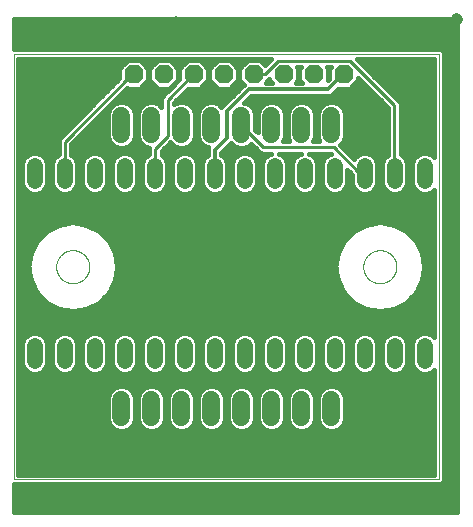
<source format=gbl>
G75*
%MOIN*%
%OFA0B0*%
%FSLAX25Y25*%
%IPPOS*%
%LPD*%
%AMOC8*
5,1,8,0,0,1.08239X$1,22.5*
%
%ADD10C,0.00000*%
%ADD11C,0.05200*%
%ADD12C,0.05937*%
%ADD13OC8,0.06300*%
%ADD14C,0.01200*%
%ADD15C,0.01000*%
%ADD16C,0.01600*%
%ADD17C,0.03600*%
D10*
X0006000Y0012706D02*
X0006000Y0154438D01*
X0147732Y0154438D01*
X0147732Y0012706D01*
X0006000Y0012706D01*
X0020173Y0083572D02*
X0020175Y0083720D01*
X0020181Y0083868D01*
X0020191Y0084016D01*
X0020205Y0084163D01*
X0020223Y0084310D01*
X0020244Y0084456D01*
X0020270Y0084602D01*
X0020300Y0084747D01*
X0020333Y0084891D01*
X0020371Y0085034D01*
X0020412Y0085176D01*
X0020457Y0085317D01*
X0020505Y0085457D01*
X0020558Y0085596D01*
X0020614Y0085733D01*
X0020674Y0085868D01*
X0020737Y0086002D01*
X0020804Y0086134D01*
X0020875Y0086264D01*
X0020949Y0086392D01*
X0021026Y0086518D01*
X0021107Y0086642D01*
X0021191Y0086764D01*
X0021278Y0086883D01*
X0021369Y0087000D01*
X0021463Y0087115D01*
X0021559Y0087227D01*
X0021659Y0087337D01*
X0021761Y0087443D01*
X0021867Y0087547D01*
X0021975Y0087648D01*
X0022086Y0087746D01*
X0022199Y0087842D01*
X0022315Y0087934D01*
X0022433Y0088023D01*
X0022554Y0088108D01*
X0022677Y0088191D01*
X0022802Y0088270D01*
X0022929Y0088346D01*
X0023058Y0088418D01*
X0023189Y0088487D01*
X0023322Y0088552D01*
X0023457Y0088613D01*
X0023593Y0088671D01*
X0023730Y0088726D01*
X0023869Y0088776D01*
X0024010Y0088823D01*
X0024151Y0088866D01*
X0024294Y0088906D01*
X0024438Y0088941D01*
X0024582Y0088973D01*
X0024728Y0089000D01*
X0024874Y0089024D01*
X0025021Y0089044D01*
X0025168Y0089060D01*
X0025315Y0089072D01*
X0025463Y0089080D01*
X0025611Y0089084D01*
X0025759Y0089084D01*
X0025907Y0089080D01*
X0026055Y0089072D01*
X0026202Y0089060D01*
X0026349Y0089044D01*
X0026496Y0089024D01*
X0026642Y0089000D01*
X0026788Y0088973D01*
X0026932Y0088941D01*
X0027076Y0088906D01*
X0027219Y0088866D01*
X0027360Y0088823D01*
X0027501Y0088776D01*
X0027640Y0088726D01*
X0027777Y0088671D01*
X0027913Y0088613D01*
X0028048Y0088552D01*
X0028181Y0088487D01*
X0028312Y0088418D01*
X0028441Y0088346D01*
X0028568Y0088270D01*
X0028693Y0088191D01*
X0028816Y0088108D01*
X0028937Y0088023D01*
X0029055Y0087934D01*
X0029171Y0087842D01*
X0029284Y0087746D01*
X0029395Y0087648D01*
X0029503Y0087547D01*
X0029609Y0087443D01*
X0029711Y0087337D01*
X0029811Y0087227D01*
X0029907Y0087115D01*
X0030001Y0087000D01*
X0030092Y0086883D01*
X0030179Y0086764D01*
X0030263Y0086642D01*
X0030344Y0086518D01*
X0030421Y0086392D01*
X0030495Y0086264D01*
X0030566Y0086134D01*
X0030633Y0086002D01*
X0030696Y0085868D01*
X0030756Y0085733D01*
X0030812Y0085596D01*
X0030865Y0085457D01*
X0030913Y0085317D01*
X0030958Y0085176D01*
X0030999Y0085034D01*
X0031037Y0084891D01*
X0031070Y0084747D01*
X0031100Y0084602D01*
X0031126Y0084456D01*
X0031147Y0084310D01*
X0031165Y0084163D01*
X0031179Y0084016D01*
X0031189Y0083868D01*
X0031195Y0083720D01*
X0031197Y0083572D01*
X0031195Y0083424D01*
X0031189Y0083276D01*
X0031179Y0083128D01*
X0031165Y0082981D01*
X0031147Y0082834D01*
X0031126Y0082688D01*
X0031100Y0082542D01*
X0031070Y0082397D01*
X0031037Y0082253D01*
X0030999Y0082110D01*
X0030958Y0081968D01*
X0030913Y0081827D01*
X0030865Y0081687D01*
X0030812Y0081548D01*
X0030756Y0081411D01*
X0030696Y0081276D01*
X0030633Y0081142D01*
X0030566Y0081010D01*
X0030495Y0080880D01*
X0030421Y0080752D01*
X0030344Y0080626D01*
X0030263Y0080502D01*
X0030179Y0080380D01*
X0030092Y0080261D01*
X0030001Y0080144D01*
X0029907Y0080029D01*
X0029811Y0079917D01*
X0029711Y0079807D01*
X0029609Y0079701D01*
X0029503Y0079597D01*
X0029395Y0079496D01*
X0029284Y0079398D01*
X0029171Y0079302D01*
X0029055Y0079210D01*
X0028937Y0079121D01*
X0028816Y0079036D01*
X0028693Y0078953D01*
X0028568Y0078874D01*
X0028441Y0078798D01*
X0028312Y0078726D01*
X0028181Y0078657D01*
X0028048Y0078592D01*
X0027913Y0078531D01*
X0027777Y0078473D01*
X0027640Y0078418D01*
X0027501Y0078368D01*
X0027360Y0078321D01*
X0027219Y0078278D01*
X0027076Y0078238D01*
X0026932Y0078203D01*
X0026788Y0078171D01*
X0026642Y0078144D01*
X0026496Y0078120D01*
X0026349Y0078100D01*
X0026202Y0078084D01*
X0026055Y0078072D01*
X0025907Y0078064D01*
X0025759Y0078060D01*
X0025611Y0078060D01*
X0025463Y0078064D01*
X0025315Y0078072D01*
X0025168Y0078084D01*
X0025021Y0078100D01*
X0024874Y0078120D01*
X0024728Y0078144D01*
X0024582Y0078171D01*
X0024438Y0078203D01*
X0024294Y0078238D01*
X0024151Y0078278D01*
X0024010Y0078321D01*
X0023869Y0078368D01*
X0023730Y0078418D01*
X0023593Y0078473D01*
X0023457Y0078531D01*
X0023322Y0078592D01*
X0023189Y0078657D01*
X0023058Y0078726D01*
X0022929Y0078798D01*
X0022802Y0078874D01*
X0022677Y0078953D01*
X0022554Y0079036D01*
X0022433Y0079121D01*
X0022315Y0079210D01*
X0022199Y0079302D01*
X0022086Y0079398D01*
X0021975Y0079496D01*
X0021867Y0079597D01*
X0021761Y0079701D01*
X0021659Y0079807D01*
X0021559Y0079917D01*
X0021463Y0080029D01*
X0021369Y0080144D01*
X0021278Y0080261D01*
X0021191Y0080380D01*
X0021107Y0080502D01*
X0021026Y0080626D01*
X0020949Y0080752D01*
X0020875Y0080880D01*
X0020804Y0081010D01*
X0020737Y0081142D01*
X0020674Y0081276D01*
X0020614Y0081411D01*
X0020558Y0081548D01*
X0020505Y0081687D01*
X0020457Y0081827D01*
X0020412Y0081968D01*
X0020371Y0082110D01*
X0020333Y0082253D01*
X0020300Y0082397D01*
X0020270Y0082542D01*
X0020244Y0082688D01*
X0020223Y0082834D01*
X0020205Y0082981D01*
X0020191Y0083128D01*
X0020181Y0083276D01*
X0020175Y0083424D01*
X0020173Y0083572D01*
X0122535Y0083572D02*
X0122537Y0083720D01*
X0122543Y0083868D01*
X0122553Y0084016D01*
X0122567Y0084163D01*
X0122585Y0084310D01*
X0122606Y0084456D01*
X0122632Y0084602D01*
X0122662Y0084747D01*
X0122695Y0084891D01*
X0122733Y0085034D01*
X0122774Y0085176D01*
X0122819Y0085317D01*
X0122867Y0085457D01*
X0122920Y0085596D01*
X0122976Y0085733D01*
X0123036Y0085868D01*
X0123099Y0086002D01*
X0123166Y0086134D01*
X0123237Y0086264D01*
X0123311Y0086392D01*
X0123388Y0086518D01*
X0123469Y0086642D01*
X0123553Y0086764D01*
X0123640Y0086883D01*
X0123731Y0087000D01*
X0123825Y0087115D01*
X0123921Y0087227D01*
X0124021Y0087337D01*
X0124123Y0087443D01*
X0124229Y0087547D01*
X0124337Y0087648D01*
X0124448Y0087746D01*
X0124561Y0087842D01*
X0124677Y0087934D01*
X0124795Y0088023D01*
X0124916Y0088108D01*
X0125039Y0088191D01*
X0125164Y0088270D01*
X0125291Y0088346D01*
X0125420Y0088418D01*
X0125551Y0088487D01*
X0125684Y0088552D01*
X0125819Y0088613D01*
X0125955Y0088671D01*
X0126092Y0088726D01*
X0126231Y0088776D01*
X0126372Y0088823D01*
X0126513Y0088866D01*
X0126656Y0088906D01*
X0126800Y0088941D01*
X0126944Y0088973D01*
X0127090Y0089000D01*
X0127236Y0089024D01*
X0127383Y0089044D01*
X0127530Y0089060D01*
X0127677Y0089072D01*
X0127825Y0089080D01*
X0127973Y0089084D01*
X0128121Y0089084D01*
X0128269Y0089080D01*
X0128417Y0089072D01*
X0128564Y0089060D01*
X0128711Y0089044D01*
X0128858Y0089024D01*
X0129004Y0089000D01*
X0129150Y0088973D01*
X0129294Y0088941D01*
X0129438Y0088906D01*
X0129581Y0088866D01*
X0129722Y0088823D01*
X0129863Y0088776D01*
X0130002Y0088726D01*
X0130139Y0088671D01*
X0130275Y0088613D01*
X0130410Y0088552D01*
X0130543Y0088487D01*
X0130674Y0088418D01*
X0130803Y0088346D01*
X0130930Y0088270D01*
X0131055Y0088191D01*
X0131178Y0088108D01*
X0131299Y0088023D01*
X0131417Y0087934D01*
X0131533Y0087842D01*
X0131646Y0087746D01*
X0131757Y0087648D01*
X0131865Y0087547D01*
X0131971Y0087443D01*
X0132073Y0087337D01*
X0132173Y0087227D01*
X0132269Y0087115D01*
X0132363Y0087000D01*
X0132454Y0086883D01*
X0132541Y0086764D01*
X0132625Y0086642D01*
X0132706Y0086518D01*
X0132783Y0086392D01*
X0132857Y0086264D01*
X0132928Y0086134D01*
X0132995Y0086002D01*
X0133058Y0085868D01*
X0133118Y0085733D01*
X0133174Y0085596D01*
X0133227Y0085457D01*
X0133275Y0085317D01*
X0133320Y0085176D01*
X0133361Y0085034D01*
X0133399Y0084891D01*
X0133432Y0084747D01*
X0133462Y0084602D01*
X0133488Y0084456D01*
X0133509Y0084310D01*
X0133527Y0084163D01*
X0133541Y0084016D01*
X0133551Y0083868D01*
X0133557Y0083720D01*
X0133559Y0083572D01*
X0133557Y0083424D01*
X0133551Y0083276D01*
X0133541Y0083128D01*
X0133527Y0082981D01*
X0133509Y0082834D01*
X0133488Y0082688D01*
X0133462Y0082542D01*
X0133432Y0082397D01*
X0133399Y0082253D01*
X0133361Y0082110D01*
X0133320Y0081968D01*
X0133275Y0081827D01*
X0133227Y0081687D01*
X0133174Y0081548D01*
X0133118Y0081411D01*
X0133058Y0081276D01*
X0132995Y0081142D01*
X0132928Y0081010D01*
X0132857Y0080880D01*
X0132783Y0080752D01*
X0132706Y0080626D01*
X0132625Y0080502D01*
X0132541Y0080380D01*
X0132454Y0080261D01*
X0132363Y0080144D01*
X0132269Y0080029D01*
X0132173Y0079917D01*
X0132073Y0079807D01*
X0131971Y0079701D01*
X0131865Y0079597D01*
X0131757Y0079496D01*
X0131646Y0079398D01*
X0131533Y0079302D01*
X0131417Y0079210D01*
X0131299Y0079121D01*
X0131178Y0079036D01*
X0131055Y0078953D01*
X0130930Y0078874D01*
X0130803Y0078798D01*
X0130674Y0078726D01*
X0130543Y0078657D01*
X0130410Y0078592D01*
X0130275Y0078531D01*
X0130139Y0078473D01*
X0130002Y0078418D01*
X0129863Y0078368D01*
X0129722Y0078321D01*
X0129581Y0078278D01*
X0129438Y0078238D01*
X0129294Y0078203D01*
X0129150Y0078171D01*
X0129004Y0078144D01*
X0128858Y0078120D01*
X0128711Y0078100D01*
X0128564Y0078084D01*
X0128417Y0078072D01*
X0128269Y0078064D01*
X0128121Y0078060D01*
X0127973Y0078060D01*
X0127825Y0078064D01*
X0127677Y0078072D01*
X0127530Y0078084D01*
X0127383Y0078100D01*
X0127236Y0078120D01*
X0127090Y0078144D01*
X0126944Y0078171D01*
X0126800Y0078203D01*
X0126656Y0078238D01*
X0126513Y0078278D01*
X0126372Y0078321D01*
X0126231Y0078368D01*
X0126092Y0078418D01*
X0125955Y0078473D01*
X0125819Y0078531D01*
X0125684Y0078592D01*
X0125551Y0078657D01*
X0125420Y0078726D01*
X0125291Y0078798D01*
X0125164Y0078874D01*
X0125039Y0078953D01*
X0124916Y0079036D01*
X0124795Y0079121D01*
X0124677Y0079210D01*
X0124561Y0079302D01*
X0124448Y0079398D01*
X0124337Y0079496D01*
X0124229Y0079597D01*
X0124123Y0079701D01*
X0124021Y0079807D01*
X0123921Y0079917D01*
X0123825Y0080029D01*
X0123731Y0080144D01*
X0123640Y0080261D01*
X0123553Y0080380D01*
X0123469Y0080502D01*
X0123388Y0080626D01*
X0123311Y0080752D01*
X0123237Y0080880D01*
X0123166Y0081010D01*
X0123099Y0081142D01*
X0123036Y0081276D01*
X0122976Y0081411D01*
X0122920Y0081548D01*
X0122867Y0081687D01*
X0122819Y0081827D01*
X0122774Y0081968D01*
X0122733Y0082110D01*
X0122695Y0082253D01*
X0122662Y0082397D01*
X0122632Y0082542D01*
X0122606Y0082688D01*
X0122585Y0082834D01*
X0122567Y0082981D01*
X0122553Y0083128D01*
X0122543Y0083276D01*
X0122537Y0083424D01*
X0122535Y0083572D01*
D11*
X0123000Y0057306D02*
X0123000Y0052106D01*
X0113000Y0052106D02*
X0113000Y0057306D01*
X0103000Y0057306D02*
X0103000Y0052106D01*
X0093000Y0052106D02*
X0093000Y0057306D01*
X0083000Y0057306D02*
X0083000Y0052106D01*
X0073000Y0052106D02*
X0073000Y0057306D01*
X0063000Y0057306D02*
X0063000Y0052106D01*
X0053000Y0052106D02*
X0053000Y0057306D01*
X0043000Y0057306D02*
X0043000Y0052106D01*
X0033000Y0052106D02*
X0033000Y0057306D01*
X0023000Y0057306D02*
X0023000Y0052106D01*
X0013000Y0052106D02*
X0013000Y0057306D01*
X0013000Y0112106D02*
X0013000Y0117306D01*
X0023000Y0117306D02*
X0023000Y0112106D01*
X0033000Y0112106D02*
X0033000Y0117306D01*
X0043000Y0117306D02*
X0043000Y0112106D01*
X0053000Y0112106D02*
X0053000Y0117306D01*
X0063000Y0117306D02*
X0063000Y0112106D01*
X0073000Y0112106D02*
X0073000Y0117306D01*
X0083000Y0117306D02*
X0083000Y0112106D01*
X0093000Y0112106D02*
X0093000Y0117306D01*
X0103000Y0117306D02*
X0103000Y0112106D01*
X0113000Y0112106D02*
X0113000Y0117306D01*
X0123000Y0117306D02*
X0123000Y0112106D01*
X0133000Y0112106D02*
X0133000Y0117306D01*
X0143000Y0117306D02*
X0143000Y0112106D01*
X0143000Y0057306D02*
X0143000Y0052106D01*
X0133000Y0052106D02*
X0133000Y0057306D01*
D12*
X0111866Y0039296D02*
X0111866Y0033359D01*
X0101866Y0033359D02*
X0101866Y0039296D01*
X0091866Y0039296D02*
X0091866Y0033359D01*
X0081866Y0033359D02*
X0081866Y0039296D01*
X0071866Y0039296D02*
X0071866Y0033359D01*
X0061866Y0033359D02*
X0061866Y0039296D01*
X0051866Y0039296D02*
X0051866Y0033359D01*
X0041866Y0033359D02*
X0041866Y0039296D01*
X0041866Y0127847D02*
X0041866Y0133784D01*
X0051866Y0133784D02*
X0051866Y0127847D01*
X0061866Y0127847D02*
X0061866Y0133784D01*
X0071866Y0133784D02*
X0071866Y0127847D01*
X0081866Y0127847D02*
X0081866Y0133784D01*
X0091866Y0133784D02*
X0091866Y0127847D01*
X0101866Y0127847D02*
X0101866Y0133784D01*
X0111866Y0133784D02*
X0111866Y0127847D01*
D13*
X0116000Y0147706D03*
X0106000Y0147706D03*
X0096000Y0147706D03*
X0086000Y0147706D03*
X0076000Y0147706D03*
X0066000Y0147706D03*
X0056000Y0147706D03*
X0046000Y0147706D03*
D14*
X0060000Y0166249D02*
X0060000Y0166606D01*
X0084300Y0142756D02*
X0110850Y0142756D01*
X0115800Y0147706D01*
X0116000Y0147706D01*
X0084300Y0142756D02*
X0077100Y0135556D01*
X0077100Y0126556D01*
X0073050Y0122506D01*
X0073050Y0114856D01*
X0073000Y0114706D01*
D15*
X0082050Y0130606D02*
X0081866Y0130816D01*
X0082050Y0130606D02*
X0089250Y0123406D01*
X0112650Y0123406D01*
X0121200Y0114856D01*
X0123000Y0114856D01*
X0123000Y0114706D01*
X0132900Y0114856D02*
X0133000Y0114706D01*
X0132900Y0114856D02*
X0132900Y0137356D01*
X0118050Y0152206D01*
X0094200Y0152206D01*
X0089700Y0147706D01*
X0086000Y0147706D01*
X0066000Y0147706D02*
X0065850Y0147706D01*
X0057300Y0139156D01*
X0057300Y0127006D01*
X0053250Y0122956D01*
X0053250Y0114856D01*
X0053000Y0114706D01*
X0023100Y0125206D02*
X0045600Y0147706D01*
X0046000Y0147706D01*
X0023100Y0125206D02*
X0023100Y0114856D01*
X0023000Y0114706D01*
D16*
X0006000Y0011106D02*
X0006000Y0001800D01*
X0153638Y0001800D01*
X0153638Y0166249D01*
X0006000Y0166249D01*
X0006000Y0156038D01*
X0148395Y0156038D01*
X0149332Y0155101D01*
X0149332Y0012043D01*
X0148395Y0011106D01*
X0006000Y0011106D01*
X0006000Y0009508D02*
X0153638Y0009508D01*
X0153638Y0007910D02*
X0006000Y0007910D01*
X0006000Y0006311D02*
X0153638Y0006311D01*
X0153638Y0004713D02*
X0006000Y0004713D01*
X0006000Y0003114D02*
X0153638Y0003114D01*
X0153638Y0011107D02*
X0148397Y0011107D01*
X0149332Y0012706D02*
X0153638Y0012706D01*
X0153638Y0014304D02*
X0149332Y0014304D01*
X0149332Y0015903D02*
X0153638Y0015903D01*
X0153638Y0017501D02*
X0149332Y0017501D01*
X0149332Y0019100D02*
X0153638Y0019100D01*
X0153638Y0020698D02*
X0149332Y0020698D01*
X0149332Y0022297D02*
X0153638Y0022297D01*
X0153638Y0023895D02*
X0149332Y0023895D01*
X0149332Y0025494D02*
X0153638Y0025494D01*
X0153638Y0027092D02*
X0149332Y0027092D01*
X0149332Y0028691D02*
X0153638Y0028691D01*
X0153638Y0030289D02*
X0149332Y0030289D01*
X0149332Y0031888D02*
X0153638Y0031888D01*
X0153638Y0033486D02*
X0149332Y0033486D01*
X0149332Y0035085D02*
X0153638Y0035085D01*
X0153638Y0036683D02*
X0149332Y0036683D01*
X0149332Y0038282D02*
X0153638Y0038282D01*
X0153638Y0039880D02*
X0149332Y0039880D01*
X0149332Y0041479D02*
X0153638Y0041479D01*
X0153638Y0043077D02*
X0149332Y0043077D01*
X0149332Y0044676D02*
X0153638Y0044676D01*
X0153638Y0046274D02*
X0149332Y0046274D01*
X0149332Y0047873D02*
X0153638Y0047873D01*
X0153638Y0049471D02*
X0149332Y0049471D01*
X0149332Y0051070D02*
X0153638Y0051070D01*
X0153638Y0052668D02*
X0149332Y0052668D01*
X0149332Y0054267D02*
X0153638Y0054267D01*
X0153638Y0055865D02*
X0149332Y0055865D01*
X0149332Y0057464D02*
X0153638Y0057464D01*
X0153638Y0059062D02*
X0149332Y0059062D01*
X0149332Y0060661D02*
X0153638Y0060661D01*
X0153638Y0062259D02*
X0149332Y0062259D01*
X0149332Y0063858D02*
X0153638Y0063858D01*
X0153638Y0065456D02*
X0149332Y0065456D01*
X0149332Y0067055D02*
X0153638Y0067055D01*
X0153638Y0068653D02*
X0149332Y0068653D01*
X0149332Y0070252D02*
X0153638Y0070252D01*
X0153638Y0071850D02*
X0149332Y0071850D01*
X0149332Y0073449D02*
X0153638Y0073449D01*
X0153638Y0075047D02*
X0149332Y0075047D01*
X0149332Y0076646D02*
X0153638Y0076646D01*
X0153638Y0078244D02*
X0149332Y0078244D01*
X0149332Y0079843D02*
X0153638Y0079843D01*
X0153638Y0081441D02*
X0149332Y0081441D01*
X0149332Y0083040D02*
X0153638Y0083040D01*
X0153638Y0084639D02*
X0149332Y0084639D01*
X0149332Y0086237D02*
X0153638Y0086237D01*
X0153638Y0087836D02*
X0149332Y0087836D01*
X0149332Y0089434D02*
X0153638Y0089434D01*
X0153638Y0091033D02*
X0149332Y0091033D01*
X0149332Y0092631D02*
X0153638Y0092631D01*
X0153638Y0094230D02*
X0149332Y0094230D01*
X0149332Y0095828D02*
X0153638Y0095828D01*
X0153638Y0097427D02*
X0149332Y0097427D01*
X0149332Y0099025D02*
X0153638Y0099025D01*
X0153638Y0100624D02*
X0149332Y0100624D01*
X0149332Y0102222D02*
X0153638Y0102222D01*
X0153638Y0103821D02*
X0149332Y0103821D01*
X0149332Y0105419D02*
X0153638Y0105419D01*
X0153638Y0107018D02*
X0149332Y0107018D01*
X0149332Y0108616D02*
X0153638Y0108616D01*
X0153638Y0110215D02*
X0149332Y0110215D01*
X0149332Y0111813D02*
X0153638Y0111813D01*
X0153638Y0113412D02*
X0149332Y0113412D01*
X0149332Y0115010D02*
X0153638Y0115010D01*
X0153638Y0116609D02*
X0149332Y0116609D01*
X0149332Y0118207D02*
X0153638Y0118207D01*
X0153638Y0119806D02*
X0149332Y0119806D01*
X0149332Y0121404D02*
X0153638Y0121404D01*
X0153638Y0123003D02*
X0149332Y0123003D01*
X0149332Y0124601D02*
X0153638Y0124601D01*
X0153638Y0126200D02*
X0149332Y0126200D01*
X0149332Y0127798D02*
X0153638Y0127798D01*
X0153638Y0129397D02*
X0149332Y0129397D01*
X0149332Y0130995D02*
X0153638Y0130995D01*
X0153638Y0132594D02*
X0149332Y0132594D01*
X0149332Y0134192D02*
X0153638Y0134192D01*
X0153638Y0135791D02*
X0149332Y0135791D01*
X0149332Y0137389D02*
X0153638Y0137389D01*
X0153638Y0138988D02*
X0149332Y0138988D01*
X0149332Y0140586D02*
X0153638Y0140586D01*
X0153638Y0142185D02*
X0149332Y0142185D01*
X0149332Y0143783D02*
X0153638Y0143783D01*
X0153638Y0145382D02*
X0149332Y0145382D01*
X0149332Y0146980D02*
X0153638Y0146980D01*
X0153638Y0148579D02*
X0149332Y0148579D01*
X0149332Y0150177D02*
X0153638Y0150177D01*
X0153638Y0151776D02*
X0149332Y0151776D01*
X0149332Y0153375D02*
X0153638Y0153375D01*
X0153638Y0154973D02*
X0149332Y0154973D01*
X0146132Y0152838D02*
X0146132Y0120113D01*
X0145379Y0120866D01*
X0143835Y0121505D01*
X0142165Y0121505D01*
X0140621Y0120866D01*
X0139439Y0119685D01*
X0138800Y0118141D01*
X0138800Y0111270D01*
X0139439Y0109726D01*
X0140621Y0108545D01*
X0142165Y0107906D01*
X0143835Y0107906D01*
X0145379Y0108545D01*
X0146132Y0109298D01*
X0146132Y0060113D01*
X0145379Y0060866D01*
X0143835Y0061505D01*
X0142165Y0061505D01*
X0140621Y0060866D01*
X0139439Y0059685D01*
X0138800Y0058141D01*
X0138800Y0051270D01*
X0139439Y0049726D01*
X0140621Y0048545D01*
X0142165Y0047906D01*
X0143835Y0047906D01*
X0145379Y0048545D01*
X0146132Y0049298D01*
X0146132Y0014305D01*
X0007600Y0014305D01*
X0007600Y0152838D01*
X0091862Y0152838D01*
X0089724Y0150699D01*
X0087968Y0152455D01*
X0084032Y0152455D01*
X0081250Y0149673D01*
X0081250Y0145738D01*
X0082711Y0144277D01*
X0082100Y0143667D01*
X0075272Y0136839D01*
X0074454Y0137657D01*
X0072775Y0138353D01*
X0070957Y0138353D01*
X0069278Y0137657D01*
X0067993Y0136372D01*
X0067298Y0134693D01*
X0067298Y0126938D01*
X0067993Y0125259D01*
X0069278Y0123974D01*
X0070850Y0123323D01*
X0070850Y0120961D01*
X0070621Y0120866D01*
X0069439Y0119685D01*
X0068800Y0118141D01*
X0068800Y0111270D01*
X0069439Y0109726D01*
X0070621Y0108545D01*
X0072165Y0107906D01*
X0073835Y0107906D01*
X0075379Y0108545D01*
X0076561Y0109726D01*
X0077200Y0111270D01*
X0077200Y0118141D01*
X0076561Y0119685D01*
X0075379Y0120866D01*
X0075250Y0120920D01*
X0075250Y0121594D01*
X0078011Y0124356D01*
X0078454Y0124798D01*
X0079278Y0123974D01*
X0080957Y0123279D01*
X0082775Y0123279D01*
X0084454Y0123974D01*
X0085083Y0124603D01*
X0088380Y0121306D01*
X0091682Y0121306D01*
X0090621Y0120866D01*
X0089439Y0119685D01*
X0088800Y0118141D01*
X0088800Y0111270D01*
X0089439Y0109726D01*
X0090621Y0108545D01*
X0092165Y0107906D01*
X0093835Y0107906D01*
X0095379Y0108545D01*
X0096561Y0109726D01*
X0097200Y0111270D01*
X0097200Y0118141D01*
X0096561Y0119685D01*
X0095379Y0120866D01*
X0094318Y0121306D01*
X0101682Y0121306D01*
X0100621Y0120866D01*
X0099439Y0119685D01*
X0098800Y0118141D01*
X0098800Y0111270D01*
X0099439Y0109726D01*
X0100621Y0108545D01*
X0102165Y0107906D01*
X0103835Y0107906D01*
X0105379Y0108545D01*
X0106561Y0109726D01*
X0107200Y0111270D01*
X0107200Y0118141D01*
X0106561Y0119685D01*
X0105379Y0120866D01*
X0104318Y0121306D01*
X0111682Y0121306D01*
X0110621Y0120866D01*
X0109439Y0119685D01*
X0108800Y0118141D01*
X0108800Y0111270D01*
X0109439Y0109726D01*
X0110621Y0108545D01*
X0112165Y0107906D01*
X0113835Y0107906D01*
X0115379Y0108545D01*
X0116561Y0109726D01*
X0117200Y0111270D01*
X0117200Y0115886D01*
X0118800Y0114286D01*
X0118800Y0111270D01*
X0119439Y0109726D01*
X0120621Y0108545D01*
X0122165Y0107906D01*
X0123835Y0107906D01*
X0125379Y0108545D01*
X0126561Y0109726D01*
X0127200Y0111270D01*
X0127200Y0118141D01*
X0126561Y0119685D01*
X0125379Y0120866D01*
X0123835Y0121505D01*
X0122165Y0121505D01*
X0120621Y0120866D01*
X0119439Y0119685D01*
X0119411Y0119615D01*
X0114753Y0124273D01*
X0115739Y0125259D01*
X0116435Y0126938D01*
X0116435Y0134693D01*
X0115739Y0136372D01*
X0114454Y0137657D01*
X0112775Y0138353D01*
X0110957Y0138353D01*
X0109278Y0137657D01*
X0107993Y0136372D01*
X0107298Y0134693D01*
X0107298Y0126938D01*
X0107891Y0125505D01*
X0105841Y0125505D01*
X0106435Y0126938D01*
X0106435Y0134693D01*
X0105739Y0136372D01*
X0104454Y0137657D01*
X0102775Y0138353D01*
X0100957Y0138353D01*
X0099278Y0137657D01*
X0097993Y0136372D01*
X0097298Y0134693D01*
X0097298Y0126938D01*
X0097891Y0125505D01*
X0095841Y0125505D01*
X0096435Y0126938D01*
X0096435Y0134693D01*
X0095739Y0136372D01*
X0094454Y0137657D01*
X0092775Y0138353D01*
X0090957Y0138353D01*
X0089278Y0137657D01*
X0087993Y0136372D01*
X0087298Y0134693D01*
X0087298Y0128328D01*
X0086435Y0129191D01*
X0086435Y0134693D01*
X0085739Y0136372D01*
X0084454Y0137657D01*
X0082940Y0138284D01*
X0085211Y0140556D01*
X0111761Y0140556D01*
X0114161Y0142956D01*
X0117968Y0142956D01*
X0120750Y0145738D01*
X0120750Y0146536D01*
X0130800Y0136486D01*
X0130800Y0120940D01*
X0130621Y0120866D01*
X0129439Y0119685D01*
X0128800Y0118141D01*
X0128800Y0111270D01*
X0129439Y0109726D01*
X0130621Y0108545D01*
X0132165Y0107906D01*
X0133835Y0107906D01*
X0135379Y0108545D01*
X0136561Y0109726D01*
X0137200Y0111270D01*
X0137200Y0118141D01*
X0136561Y0119685D01*
X0135379Y0120866D01*
X0135000Y0121023D01*
X0135000Y0138225D01*
X0133770Y0139455D01*
X0120388Y0152838D01*
X0146132Y0152838D01*
X0146132Y0151776D02*
X0121449Y0151776D01*
X0123048Y0150177D02*
X0146132Y0150177D01*
X0146132Y0148579D02*
X0124646Y0148579D01*
X0126245Y0146980D02*
X0146132Y0146980D01*
X0146132Y0145382D02*
X0127843Y0145382D01*
X0129442Y0143783D02*
X0146132Y0143783D01*
X0146132Y0142185D02*
X0131040Y0142185D01*
X0132639Y0140586D02*
X0146132Y0140586D01*
X0146132Y0138988D02*
X0134237Y0138988D01*
X0133770Y0139455D02*
X0133770Y0139455D01*
X0135000Y0137389D02*
X0146132Y0137389D01*
X0146132Y0135791D02*
X0135000Y0135791D01*
X0135000Y0134192D02*
X0146132Y0134192D01*
X0146132Y0132594D02*
X0135000Y0132594D01*
X0135000Y0130995D02*
X0146132Y0130995D01*
X0146132Y0129397D02*
X0135000Y0129397D01*
X0135000Y0127798D02*
X0146132Y0127798D01*
X0146132Y0126200D02*
X0135000Y0126200D01*
X0135000Y0124601D02*
X0146132Y0124601D01*
X0146132Y0123003D02*
X0135000Y0123003D01*
X0135000Y0121404D02*
X0141920Y0121404D01*
X0139561Y0119806D02*
X0136439Y0119806D01*
X0137173Y0118207D02*
X0138827Y0118207D01*
X0138800Y0116609D02*
X0137200Y0116609D01*
X0137200Y0115010D02*
X0138800Y0115010D01*
X0138800Y0113412D02*
X0137200Y0113412D01*
X0137200Y0111813D02*
X0138800Y0111813D01*
X0139237Y0110215D02*
X0136763Y0110215D01*
X0135450Y0108616D02*
X0140550Y0108616D01*
X0145450Y0108616D02*
X0146132Y0108616D01*
X0146132Y0107018D02*
X0007600Y0107018D01*
X0007600Y0108616D02*
X0010550Y0108616D01*
X0010621Y0108545D02*
X0012165Y0107906D01*
X0013835Y0107906D01*
X0015379Y0108545D01*
X0016561Y0109726D01*
X0017200Y0111270D01*
X0017200Y0118141D01*
X0016561Y0119685D01*
X0015379Y0120866D01*
X0013835Y0121505D01*
X0012165Y0121505D01*
X0010621Y0120866D01*
X0009439Y0119685D01*
X0008800Y0118141D01*
X0008800Y0111270D01*
X0009439Y0109726D01*
X0010621Y0108545D01*
X0009237Y0110215D02*
X0007600Y0110215D01*
X0007600Y0111813D02*
X0008800Y0111813D01*
X0008800Y0113412D02*
X0007600Y0113412D01*
X0007600Y0115010D02*
X0008800Y0115010D01*
X0008800Y0116609D02*
X0007600Y0116609D01*
X0007600Y0118207D02*
X0008827Y0118207D01*
X0009561Y0119806D02*
X0007600Y0119806D01*
X0007600Y0121404D02*
X0011920Y0121404D01*
X0014080Y0121404D02*
X0021000Y0121404D01*
X0021000Y0121023D02*
X0020621Y0120866D01*
X0019439Y0119685D01*
X0018800Y0118141D01*
X0018800Y0111270D01*
X0019439Y0109726D01*
X0020621Y0108545D01*
X0022165Y0107906D01*
X0023835Y0107906D01*
X0025379Y0108545D01*
X0026561Y0109726D01*
X0027200Y0111270D01*
X0027200Y0118141D01*
X0026561Y0119685D01*
X0025379Y0120866D01*
X0025200Y0120940D01*
X0025200Y0124336D01*
X0043926Y0143062D01*
X0044032Y0142956D01*
X0047968Y0142956D01*
X0050750Y0145738D01*
X0050750Y0149673D01*
X0047968Y0152455D01*
X0044032Y0152455D01*
X0041250Y0149673D01*
X0041250Y0146325D01*
X0021000Y0126075D01*
X0021000Y0121023D01*
X0019561Y0119806D02*
X0016439Y0119806D01*
X0017173Y0118207D02*
X0018827Y0118207D01*
X0018800Y0116609D02*
X0017200Y0116609D01*
X0017200Y0115010D02*
X0018800Y0115010D01*
X0018800Y0113412D02*
X0017200Y0113412D01*
X0017200Y0111813D02*
X0018800Y0111813D01*
X0019237Y0110215D02*
X0016763Y0110215D01*
X0015450Y0108616D02*
X0020550Y0108616D01*
X0025450Y0108616D02*
X0030550Y0108616D01*
X0030621Y0108545D02*
X0032165Y0107906D01*
X0033835Y0107906D01*
X0035379Y0108545D01*
X0036561Y0109726D01*
X0037200Y0111270D01*
X0037200Y0118141D01*
X0036561Y0119685D01*
X0035379Y0120866D01*
X0033835Y0121505D01*
X0032165Y0121505D01*
X0030621Y0120866D01*
X0029439Y0119685D01*
X0028800Y0118141D01*
X0028800Y0111270D01*
X0029439Y0109726D01*
X0030621Y0108545D01*
X0029237Y0110215D02*
X0026763Y0110215D01*
X0027200Y0111813D02*
X0028800Y0111813D01*
X0028800Y0113412D02*
X0027200Y0113412D01*
X0027200Y0115010D02*
X0028800Y0115010D01*
X0028800Y0116609D02*
X0027200Y0116609D01*
X0027173Y0118207D02*
X0028827Y0118207D01*
X0029561Y0119806D02*
X0026439Y0119806D01*
X0025200Y0121404D02*
X0031920Y0121404D01*
X0034080Y0121404D02*
X0041920Y0121404D01*
X0042165Y0121505D02*
X0040621Y0120866D01*
X0039439Y0119685D01*
X0038800Y0118141D01*
X0038800Y0111270D01*
X0039439Y0109726D01*
X0040621Y0108545D01*
X0042165Y0107906D01*
X0043835Y0107906D01*
X0045379Y0108545D01*
X0046561Y0109726D01*
X0047200Y0111270D01*
X0047200Y0118141D01*
X0046561Y0119685D01*
X0045379Y0120866D01*
X0043835Y0121505D01*
X0042165Y0121505D01*
X0042775Y0123279D02*
X0040957Y0123279D01*
X0039278Y0123974D01*
X0037993Y0125259D01*
X0037298Y0126938D01*
X0037298Y0134693D01*
X0037993Y0136372D01*
X0039278Y0137657D01*
X0040957Y0138353D01*
X0042775Y0138353D01*
X0044454Y0137657D01*
X0045739Y0136372D01*
X0046435Y0134693D01*
X0046435Y0126938D01*
X0045739Y0125259D01*
X0044454Y0123974D01*
X0042775Y0123279D01*
X0044080Y0121404D02*
X0051150Y0121404D01*
X0051150Y0121085D02*
X0050621Y0120866D01*
X0049439Y0119685D01*
X0048800Y0118141D01*
X0048800Y0111270D01*
X0049439Y0109726D01*
X0050621Y0108545D01*
X0052165Y0107906D01*
X0053835Y0107906D01*
X0055379Y0108545D01*
X0056561Y0109726D01*
X0057200Y0111270D01*
X0057200Y0118141D01*
X0056561Y0119685D01*
X0055379Y0120866D01*
X0055350Y0120878D01*
X0055350Y0122086D01*
X0058170Y0124906D01*
X0058258Y0124994D01*
X0059278Y0123974D01*
X0060957Y0123279D01*
X0062775Y0123279D01*
X0064454Y0123974D01*
X0065739Y0125259D01*
X0066435Y0126938D01*
X0066435Y0134693D01*
X0065739Y0136372D01*
X0064454Y0137657D01*
X0062775Y0138353D01*
X0060957Y0138353D01*
X0059400Y0137708D01*
X0059400Y0138286D01*
X0064070Y0142956D01*
X0067968Y0142956D01*
X0070750Y0145738D01*
X0070750Y0149673D01*
X0067968Y0152455D01*
X0064032Y0152455D01*
X0061250Y0149673D01*
X0061250Y0146075D01*
X0055200Y0140025D01*
X0055200Y0136911D01*
X0054454Y0137657D01*
X0052775Y0138353D01*
X0050957Y0138353D01*
X0049278Y0137657D01*
X0047993Y0136372D01*
X0047298Y0134693D01*
X0047298Y0126938D01*
X0047993Y0125259D01*
X0049278Y0123974D01*
X0050957Y0123279D01*
X0051150Y0123279D01*
X0051150Y0121085D01*
X0051150Y0123003D02*
X0025200Y0123003D01*
X0025466Y0124601D02*
X0038651Y0124601D01*
X0037604Y0126200D02*
X0027064Y0126200D01*
X0028663Y0127798D02*
X0037298Y0127798D01*
X0037298Y0129397D02*
X0030261Y0129397D01*
X0031860Y0130995D02*
X0037298Y0130995D01*
X0037298Y0132594D02*
X0033458Y0132594D01*
X0035057Y0134192D02*
X0037298Y0134192D01*
X0037752Y0135791D02*
X0036655Y0135791D01*
X0038254Y0137389D02*
X0039010Y0137389D01*
X0039852Y0138988D02*
X0055200Y0138988D01*
X0055200Y0137389D02*
X0054722Y0137389D01*
X0055761Y0140586D02*
X0041451Y0140586D01*
X0043049Y0142185D02*
X0057360Y0142185D01*
X0057968Y0142956D02*
X0060750Y0145738D01*
X0060750Y0149673D01*
X0057968Y0152455D01*
X0054032Y0152455D01*
X0051250Y0149673D01*
X0051250Y0145738D01*
X0054032Y0142956D01*
X0057968Y0142956D01*
X0058795Y0143783D02*
X0058958Y0143783D01*
X0060394Y0145382D02*
X0060557Y0145382D01*
X0060750Y0146980D02*
X0061250Y0146980D01*
X0061250Y0148579D02*
X0060750Y0148579D01*
X0060246Y0150177D02*
X0061754Y0150177D01*
X0063353Y0151776D02*
X0058647Y0151776D01*
X0053353Y0151776D02*
X0048647Y0151776D01*
X0050246Y0150177D02*
X0051754Y0150177D01*
X0051250Y0148579D02*
X0050750Y0148579D01*
X0050750Y0146980D02*
X0051250Y0146980D01*
X0051606Y0145382D02*
X0050394Y0145382D01*
X0048795Y0143783D02*
X0053205Y0143783D01*
X0049010Y0137389D02*
X0044722Y0137389D01*
X0045980Y0135791D02*
X0047752Y0135791D01*
X0047298Y0134192D02*
X0046435Y0134192D01*
X0046435Y0132594D02*
X0047298Y0132594D01*
X0047298Y0130995D02*
X0046435Y0130995D01*
X0046435Y0129397D02*
X0047298Y0129397D01*
X0047298Y0127798D02*
X0046435Y0127798D01*
X0046129Y0126200D02*
X0047604Y0126200D01*
X0048651Y0124601D02*
X0045081Y0124601D01*
X0046439Y0119806D02*
X0049561Y0119806D01*
X0048827Y0118207D02*
X0047173Y0118207D01*
X0047200Y0116609D02*
X0048800Y0116609D01*
X0048800Y0115010D02*
X0047200Y0115010D01*
X0047200Y0113412D02*
X0048800Y0113412D01*
X0048800Y0111813D02*
X0047200Y0111813D01*
X0046763Y0110215D02*
X0049237Y0110215D01*
X0050550Y0108616D02*
X0045450Y0108616D01*
X0040550Y0108616D02*
X0035450Y0108616D01*
X0036763Y0110215D02*
X0039237Y0110215D01*
X0038800Y0111813D02*
X0037200Y0111813D01*
X0037200Y0113412D02*
X0038800Y0113412D01*
X0038800Y0115010D02*
X0037200Y0115010D01*
X0037200Y0116609D02*
X0038800Y0116609D01*
X0038827Y0118207D02*
X0037173Y0118207D01*
X0036439Y0119806D02*
X0039561Y0119806D01*
X0027519Y0132594D02*
X0007600Y0132594D01*
X0007600Y0134192D02*
X0029117Y0134192D01*
X0030716Y0135791D02*
X0007600Y0135791D01*
X0007600Y0137389D02*
X0032314Y0137389D01*
X0033913Y0138988D02*
X0007600Y0138988D01*
X0007600Y0140586D02*
X0035511Y0140586D01*
X0037110Y0142185D02*
X0007600Y0142185D01*
X0007600Y0143783D02*
X0038708Y0143783D01*
X0040307Y0145382D02*
X0007600Y0145382D01*
X0007600Y0146980D02*
X0041250Y0146980D01*
X0041250Y0148579D02*
X0007600Y0148579D01*
X0007600Y0150177D02*
X0041754Y0150177D01*
X0043353Y0151776D02*
X0007600Y0151776D01*
X0006000Y0156572D02*
X0153638Y0156572D01*
X0153638Y0158170D02*
X0006000Y0158170D01*
X0006000Y0159769D02*
X0153638Y0159769D01*
X0153638Y0161367D02*
X0006000Y0161367D01*
X0006000Y0162966D02*
X0153638Y0162966D01*
X0153638Y0164564D02*
X0006000Y0164564D01*
X0006000Y0166163D02*
X0153638Y0166163D01*
X0128298Y0138988D02*
X0083644Y0138988D01*
X0084722Y0137389D02*
X0089010Y0137389D01*
X0087752Y0135791D02*
X0085980Y0135791D01*
X0086435Y0134192D02*
X0087298Y0134192D01*
X0087298Y0132594D02*
X0086435Y0132594D01*
X0086435Y0130995D02*
X0087298Y0130995D01*
X0087298Y0129397D02*
X0086435Y0129397D01*
X0085084Y0124601D02*
X0085081Y0124601D01*
X0086683Y0123003D02*
X0076659Y0123003D01*
X0075250Y0121404D02*
X0081920Y0121404D01*
X0082165Y0121505D02*
X0080621Y0120866D01*
X0079439Y0119685D01*
X0078800Y0118141D01*
X0078800Y0111270D01*
X0079439Y0109726D01*
X0080621Y0108545D01*
X0082165Y0107906D01*
X0083835Y0107906D01*
X0085379Y0108545D01*
X0086561Y0109726D01*
X0087200Y0111270D01*
X0087200Y0118141D01*
X0086561Y0119685D01*
X0085379Y0120866D01*
X0083835Y0121505D01*
X0082165Y0121505D01*
X0084080Y0121404D02*
X0088281Y0121404D01*
X0089561Y0119806D02*
X0086439Y0119806D01*
X0087173Y0118207D02*
X0088827Y0118207D01*
X0088800Y0116609D02*
X0087200Y0116609D01*
X0087200Y0115010D02*
X0088800Y0115010D01*
X0088800Y0113412D02*
X0087200Y0113412D01*
X0087200Y0111813D02*
X0088800Y0111813D01*
X0089237Y0110215D02*
X0086763Y0110215D01*
X0085450Y0108616D02*
X0090550Y0108616D01*
X0095450Y0108616D02*
X0100550Y0108616D01*
X0099237Y0110215D02*
X0096763Y0110215D01*
X0097200Y0111813D02*
X0098800Y0111813D01*
X0098800Y0113412D02*
X0097200Y0113412D01*
X0097200Y0115010D02*
X0098800Y0115010D01*
X0098800Y0116609D02*
X0097200Y0116609D01*
X0097173Y0118207D02*
X0098827Y0118207D01*
X0099561Y0119806D02*
X0096439Y0119806D01*
X0096129Y0126200D02*
X0097604Y0126200D01*
X0097298Y0127798D02*
X0096435Y0127798D01*
X0096435Y0129397D02*
X0097298Y0129397D01*
X0097298Y0130995D02*
X0096435Y0130995D01*
X0096435Y0132594D02*
X0097298Y0132594D01*
X0097298Y0134192D02*
X0096435Y0134192D01*
X0095980Y0135791D02*
X0097752Y0135791D01*
X0099010Y0137389D02*
X0094722Y0137389D01*
X0092033Y0144955D02*
X0089967Y0144955D01*
X0090750Y0145738D01*
X0090750Y0145786D01*
X0091250Y0146286D01*
X0091250Y0145738D01*
X0092033Y0144955D01*
X0091606Y0145382D02*
X0090394Y0145382D01*
X0090801Y0151776D02*
X0088647Y0151776D01*
X0083353Y0151776D02*
X0078647Y0151776D01*
X0077968Y0152455D02*
X0080750Y0149673D01*
X0080750Y0145738D01*
X0077968Y0142956D01*
X0074032Y0142956D01*
X0071250Y0145738D01*
X0071250Y0149673D01*
X0074032Y0152455D01*
X0077968Y0152455D01*
X0080246Y0150177D02*
X0081754Y0150177D01*
X0081250Y0148579D02*
X0080750Y0148579D01*
X0080750Y0146980D02*
X0081250Y0146980D01*
X0081606Y0145382D02*
X0080394Y0145382D01*
X0078795Y0143783D02*
X0082217Y0143783D01*
X0080618Y0142185D02*
X0063299Y0142185D01*
X0061701Y0140586D02*
X0079020Y0140586D01*
X0077421Y0138988D02*
X0060102Y0138988D01*
X0064722Y0137389D02*
X0069010Y0137389D01*
X0067752Y0135791D02*
X0065980Y0135791D01*
X0066435Y0134192D02*
X0067298Y0134192D01*
X0067298Y0132594D02*
X0066435Y0132594D01*
X0066435Y0130995D02*
X0067298Y0130995D01*
X0067298Y0129397D02*
X0066435Y0129397D01*
X0066435Y0127798D02*
X0067298Y0127798D01*
X0067604Y0126200D02*
X0066129Y0126200D01*
X0065081Y0124601D02*
X0068651Y0124601D01*
X0070850Y0123003D02*
X0056267Y0123003D01*
X0055350Y0121404D02*
X0061920Y0121404D01*
X0062165Y0121505D02*
X0060621Y0120866D01*
X0059439Y0119685D01*
X0058800Y0118141D01*
X0058800Y0111270D01*
X0059439Y0109726D01*
X0060621Y0108545D01*
X0062165Y0107906D01*
X0063835Y0107906D01*
X0065379Y0108545D01*
X0066561Y0109726D01*
X0067200Y0111270D01*
X0067200Y0118141D01*
X0066561Y0119685D01*
X0065379Y0120866D01*
X0063835Y0121505D01*
X0062165Y0121505D01*
X0064080Y0121404D02*
X0070850Y0121404D01*
X0069561Y0119806D02*
X0066439Y0119806D01*
X0067173Y0118207D02*
X0068827Y0118207D01*
X0068800Y0116609D02*
X0067200Y0116609D01*
X0067200Y0115010D02*
X0068800Y0115010D01*
X0068800Y0113412D02*
X0067200Y0113412D01*
X0067200Y0111813D02*
X0068800Y0111813D01*
X0069237Y0110215D02*
X0066763Y0110215D01*
X0065450Y0108616D02*
X0070550Y0108616D01*
X0075450Y0108616D02*
X0080550Y0108616D01*
X0079237Y0110215D02*
X0076763Y0110215D01*
X0077200Y0111813D02*
X0078800Y0111813D01*
X0078800Y0113412D02*
X0077200Y0113412D01*
X0077200Y0115010D02*
X0078800Y0115010D01*
X0078800Y0116609D02*
X0077200Y0116609D01*
X0077173Y0118207D02*
X0078827Y0118207D01*
X0079561Y0119806D02*
X0076439Y0119806D01*
X0078257Y0124601D02*
X0078651Y0124601D01*
X0075823Y0137389D02*
X0074722Y0137389D01*
X0073205Y0143783D02*
X0068795Y0143783D01*
X0070394Y0145382D02*
X0071606Y0145382D01*
X0071250Y0146980D02*
X0070750Y0146980D01*
X0070750Y0148579D02*
X0071250Y0148579D01*
X0071754Y0150177D02*
X0070246Y0150177D01*
X0068647Y0151776D02*
X0073353Y0151776D01*
X0058651Y0124601D02*
X0057866Y0124601D01*
X0056439Y0119806D02*
X0059561Y0119806D01*
X0058827Y0118207D02*
X0057173Y0118207D01*
X0057200Y0116609D02*
X0058800Y0116609D01*
X0058800Y0115010D02*
X0057200Y0115010D01*
X0057200Y0113412D02*
X0058800Y0113412D01*
X0058800Y0111813D02*
X0057200Y0111813D01*
X0056763Y0110215D02*
X0059237Y0110215D01*
X0060550Y0108616D02*
X0055450Y0108616D01*
X0037658Y0092271D02*
X0039761Y0088145D01*
X0040485Y0083572D01*
X0040485Y0083572D01*
X0039761Y0078998D01*
X0037658Y0074872D01*
X0037658Y0074872D01*
X0034384Y0071598D01*
X0034384Y0071598D01*
X0030258Y0069496D01*
X0030258Y0069496D01*
X0025685Y0068772D01*
X0025685Y0068772D01*
X0021112Y0069496D01*
X0021112Y0069496D01*
X0016986Y0071598D01*
X0016986Y0071598D01*
X0013712Y0074872D01*
X0013712Y0074872D01*
X0011609Y0078998D01*
X0011609Y0078998D01*
X0010885Y0083572D01*
X0010885Y0083572D01*
X0011609Y0088145D01*
X0011609Y0088145D01*
X0013712Y0092271D01*
X0013712Y0092271D01*
X0016986Y0095545D01*
X0016986Y0095545D01*
X0021112Y0097647D01*
X0021112Y0097647D01*
X0025685Y0098372D01*
X0025685Y0098372D01*
X0030258Y0097647D01*
X0030258Y0097647D01*
X0034384Y0095545D01*
X0034384Y0095545D01*
X0037658Y0092271D01*
X0037658Y0092271D01*
X0037298Y0092631D02*
X0116434Y0092631D01*
X0116074Y0092271D02*
X0113972Y0088145D01*
X0113247Y0083572D01*
X0113247Y0083572D01*
X0113972Y0078998D01*
X0116074Y0074872D01*
X0119348Y0071598D01*
X0123474Y0069496D01*
X0128047Y0068772D01*
X0128047Y0068772D01*
X0132621Y0069496D01*
X0136746Y0071598D01*
X0136746Y0071598D01*
X0140021Y0074872D01*
X0140021Y0074872D01*
X0142123Y0078998D01*
X0142123Y0078998D01*
X0142847Y0083572D01*
X0142123Y0088145D01*
X0140021Y0092271D01*
X0136746Y0095545D01*
X0132621Y0097647D01*
X0132621Y0097647D01*
X0128047Y0098372D01*
X0123474Y0097647D01*
X0123474Y0097647D01*
X0119348Y0095545D01*
X0116074Y0092271D01*
X0116074Y0092271D01*
X0115443Y0091033D02*
X0038289Y0091033D01*
X0039104Y0089434D02*
X0114628Y0089434D01*
X0113972Y0088145D02*
X0113972Y0088145D01*
X0113923Y0087836D02*
X0039810Y0087836D01*
X0040063Y0086237D02*
X0113669Y0086237D01*
X0113416Y0084639D02*
X0040316Y0084639D01*
X0040401Y0083040D02*
X0113331Y0083040D01*
X0113585Y0081441D02*
X0040148Y0081441D01*
X0039894Y0079843D02*
X0113838Y0079843D01*
X0113972Y0078998D02*
X0113972Y0078998D01*
X0114356Y0078244D02*
X0039377Y0078244D01*
X0039761Y0078998D02*
X0039761Y0078998D01*
X0038562Y0076646D02*
X0115170Y0076646D01*
X0115985Y0075047D02*
X0037748Y0075047D01*
X0036235Y0073449D02*
X0117497Y0073449D01*
X0116074Y0074872D02*
X0116074Y0074872D01*
X0119096Y0071850D02*
X0034636Y0071850D01*
X0031742Y0070252D02*
X0121990Y0070252D01*
X0123474Y0069496D02*
X0123474Y0069496D01*
X0119348Y0071598D02*
X0119348Y0071598D01*
X0122165Y0061505D02*
X0120621Y0060866D01*
X0119439Y0059685D01*
X0118800Y0058141D01*
X0118800Y0051270D01*
X0119439Y0049726D01*
X0120621Y0048545D01*
X0122165Y0047906D01*
X0123835Y0047906D01*
X0125379Y0048545D01*
X0126561Y0049726D01*
X0127200Y0051270D01*
X0127200Y0058141D01*
X0126561Y0059685D01*
X0125379Y0060866D01*
X0123835Y0061505D01*
X0122165Y0061505D01*
X0120416Y0060661D02*
X0115584Y0060661D01*
X0115379Y0060866D02*
X0113835Y0061505D01*
X0112165Y0061505D01*
X0110621Y0060866D01*
X0109439Y0059685D01*
X0108800Y0058141D01*
X0108800Y0051270D01*
X0109439Y0049726D01*
X0110621Y0048545D01*
X0112165Y0047906D01*
X0113835Y0047906D01*
X0115379Y0048545D01*
X0116561Y0049726D01*
X0117200Y0051270D01*
X0117200Y0058141D01*
X0116561Y0059685D01*
X0115379Y0060866D01*
X0116818Y0059062D02*
X0119182Y0059062D01*
X0118800Y0057464D02*
X0117200Y0057464D01*
X0117200Y0055865D02*
X0118800Y0055865D01*
X0118800Y0054267D02*
X0117200Y0054267D01*
X0117200Y0052668D02*
X0118800Y0052668D01*
X0118883Y0051070D02*
X0117117Y0051070D01*
X0116305Y0049471D02*
X0119695Y0049471D01*
X0126305Y0049471D02*
X0129695Y0049471D01*
X0129439Y0049726D02*
X0130621Y0048545D01*
X0132165Y0047906D01*
X0133835Y0047906D01*
X0135379Y0048545D01*
X0136561Y0049726D01*
X0137200Y0051270D01*
X0137200Y0058141D01*
X0136561Y0059685D01*
X0135379Y0060866D01*
X0133835Y0061505D01*
X0132165Y0061505D01*
X0130621Y0060866D01*
X0129439Y0059685D01*
X0128800Y0058141D01*
X0128800Y0051270D01*
X0129439Y0049726D01*
X0128883Y0051070D02*
X0127117Y0051070D01*
X0127200Y0052668D02*
X0128800Y0052668D01*
X0128800Y0054267D02*
X0127200Y0054267D01*
X0127200Y0055865D02*
X0128800Y0055865D01*
X0128800Y0057464D02*
X0127200Y0057464D01*
X0126818Y0059062D02*
X0129182Y0059062D01*
X0130416Y0060661D02*
X0125584Y0060661D01*
X0132621Y0069496D02*
X0132621Y0069496D01*
X0134104Y0070252D02*
X0146132Y0070252D01*
X0146132Y0071850D02*
X0136999Y0071850D01*
X0138597Y0073449D02*
X0146132Y0073449D01*
X0146132Y0075047D02*
X0140110Y0075047D01*
X0140924Y0076646D02*
X0146132Y0076646D01*
X0146132Y0078244D02*
X0141739Y0078244D01*
X0142257Y0079843D02*
X0146132Y0079843D01*
X0146132Y0081441D02*
X0142510Y0081441D01*
X0142763Y0083040D02*
X0146132Y0083040D01*
X0146132Y0084639D02*
X0142678Y0084639D01*
X0142425Y0086237D02*
X0146132Y0086237D01*
X0146132Y0087836D02*
X0142172Y0087836D01*
X0142123Y0088145D02*
X0142123Y0088145D01*
X0141466Y0089434D02*
X0146132Y0089434D01*
X0146132Y0091033D02*
X0140652Y0091033D01*
X0140021Y0092271D02*
X0140021Y0092271D01*
X0139660Y0092631D02*
X0146132Y0092631D01*
X0146132Y0094230D02*
X0138062Y0094230D01*
X0136746Y0095545D02*
X0136746Y0095545D01*
X0136191Y0095828D02*
X0146132Y0095828D01*
X0146132Y0097427D02*
X0133054Y0097427D01*
X0128047Y0098372D02*
X0128047Y0098372D01*
X0123041Y0097427D02*
X0030692Y0097427D01*
X0033829Y0095828D02*
X0119903Y0095828D01*
X0119348Y0095545D02*
X0119348Y0095545D01*
X0118033Y0094230D02*
X0035700Y0094230D01*
X0020678Y0097427D02*
X0007600Y0097427D01*
X0007600Y0099025D02*
X0146132Y0099025D01*
X0146132Y0100624D02*
X0007600Y0100624D01*
X0007600Y0102222D02*
X0146132Y0102222D01*
X0146132Y0103821D02*
X0007600Y0103821D01*
X0007600Y0105419D02*
X0146132Y0105419D01*
X0130550Y0108616D02*
X0125450Y0108616D01*
X0126763Y0110215D02*
X0129237Y0110215D01*
X0128800Y0111813D02*
X0127200Y0111813D01*
X0127200Y0113412D02*
X0128800Y0113412D01*
X0128800Y0115010D02*
X0127200Y0115010D01*
X0127200Y0116609D02*
X0128800Y0116609D01*
X0128827Y0118207D02*
X0127173Y0118207D01*
X0126439Y0119806D02*
X0129561Y0119806D01*
X0130800Y0121404D02*
X0124080Y0121404D01*
X0121920Y0121404D02*
X0117621Y0121404D01*
X0119220Y0119806D02*
X0119561Y0119806D01*
X0116023Y0123003D02*
X0130800Y0123003D01*
X0130800Y0124601D02*
X0115081Y0124601D01*
X0116129Y0126200D02*
X0130800Y0126200D01*
X0130800Y0127798D02*
X0116435Y0127798D01*
X0116435Y0129397D02*
X0130800Y0129397D01*
X0130800Y0130995D02*
X0116435Y0130995D01*
X0116435Y0132594D02*
X0130800Y0132594D01*
X0130800Y0134192D02*
X0116435Y0134192D01*
X0115980Y0135791D02*
X0130800Y0135791D01*
X0129896Y0137389D02*
X0114722Y0137389D01*
X0111792Y0140586D02*
X0126699Y0140586D01*
X0125101Y0142185D02*
X0113391Y0142185D01*
X0110750Y0145767D02*
X0110750Y0149673D01*
X0110317Y0150106D01*
X0111683Y0150106D01*
X0111250Y0149673D01*
X0111250Y0146267D01*
X0110750Y0145767D01*
X0110750Y0146980D02*
X0111250Y0146980D01*
X0111250Y0148579D02*
X0110750Y0148579D01*
X0118795Y0143783D02*
X0123502Y0143783D01*
X0121904Y0145382D02*
X0120394Y0145382D01*
X0109010Y0137389D02*
X0104722Y0137389D01*
X0105980Y0135791D02*
X0107752Y0135791D01*
X0107298Y0134192D02*
X0106435Y0134192D01*
X0106435Y0132594D02*
X0107298Y0132594D01*
X0107298Y0130995D02*
X0106435Y0130995D01*
X0106435Y0129397D02*
X0107298Y0129397D01*
X0107298Y0127798D02*
X0106435Y0127798D01*
X0106129Y0126200D02*
X0107604Y0126200D01*
X0106439Y0119806D02*
X0109561Y0119806D01*
X0108827Y0118207D02*
X0107173Y0118207D01*
X0107200Y0116609D02*
X0108800Y0116609D01*
X0108800Y0115010D02*
X0107200Y0115010D01*
X0107200Y0113412D02*
X0108800Y0113412D01*
X0108800Y0111813D02*
X0107200Y0111813D01*
X0106763Y0110215D02*
X0109237Y0110215D01*
X0110550Y0108616D02*
X0105450Y0108616D01*
X0115450Y0108616D02*
X0120550Y0108616D01*
X0119237Y0110215D02*
X0116763Y0110215D01*
X0117200Y0111813D02*
X0118800Y0111813D01*
X0118800Y0113412D02*
X0117200Y0113412D01*
X0117200Y0115010D02*
X0118075Y0115010D01*
X0144080Y0121404D02*
X0146132Y0121404D01*
X0102033Y0144955D02*
X0099967Y0144955D01*
X0100750Y0145738D01*
X0100750Y0149673D01*
X0100317Y0150106D01*
X0101683Y0150106D01*
X0101250Y0149673D01*
X0101250Y0145738D01*
X0102033Y0144955D01*
X0101606Y0145382D02*
X0100394Y0145382D01*
X0100750Y0146980D02*
X0101250Y0146980D01*
X0101250Y0148579D02*
X0100750Y0148579D01*
X0146132Y0068653D02*
X0007600Y0068653D01*
X0007600Y0067055D02*
X0146132Y0067055D01*
X0146132Y0065456D02*
X0007600Y0065456D01*
X0007600Y0063858D02*
X0146132Y0063858D01*
X0146132Y0062259D02*
X0007600Y0062259D01*
X0007600Y0060661D02*
X0010416Y0060661D01*
X0010621Y0060866D02*
X0009439Y0059685D01*
X0008800Y0058141D01*
X0008800Y0051270D01*
X0009439Y0049726D01*
X0010621Y0048545D01*
X0012165Y0047906D01*
X0013835Y0047906D01*
X0015379Y0048545D01*
X0016561Y0049726D01*
X0017200Y0051270D01*
X0017200Y0058141D01*
X0016561Y0059685D01*
X0015379Y0060866D01*
X0013835Y0061505D01*
X0012165Y0061505D01*
X0010621Y0060866D01*
X0009182Y0059062D02*
X0007600Y0059062D01*
X0007600Y0057464D02*
X0008800Y0057464D01*
X0008800Y0055865D02*
X0007600Y0055865D01*
X0007600Y0054267D02*
X0008800Y0054267D01*
X0008800Y0052668D02*
X0007600Y0052668D01*
X0007600Y0051070D02*
X0008883Y0051070D01*
X0009695Y0049471D02*
X0007600Y0049471D01*
X0007600Y0047873D02*
X0146132Y0047873D01*
X0146132Y0046274D02*
X0007600Y0046274D01*
X0007600Y0044676D02*
X0146132Y0044676D01*
X0146132Y0043077D02*
X0114546Y0043077D01*
X0114454Y0043169D02*
X0112775Y0043865D01*
X0110957Y0043865D01*
X0109278Y0043169D01*
X0107993Y0041884D01*
X0107298Y0040205D01*
X0107298Y0032450D01*
X0107993Y0030771D01*
X0109278Y0029486D01*
X0110957Y0028791D01*
X0112775Y0028791D01*
X0114454Y0029486D01*
X0115739Y0030771D01*
X0116435Y0032450D01*
X0116435Y0040205D01*
X0115739Y0041884D01*
X0114454Y0043169D01*
X0115907Y0041479D02*
X0146132Y0041479D01*
X0146132Y0039880D02*
X0116435Y0039880D01*
X0116435Y0038282D02*
X0146132Y0038282D01*
X0146132Y0036683D02*
X0116435Y0036683D01*
X0116435Y0035085D02*
X0146132Y0035085D01*
X0146132Y0033486D02*
X0116435Y0033486D01*
X0116202Y0031888D02*
X0146132Y0031888D01*
X0146132Y0030289D02*
X0115257Y0030289D01*
X0108475Y0030289D02*
X0105257Y0030289D01*
X0105739Y0030771D02*
X0106435Y0032450D01*
X0106435Y0040205D01*
X0105739Y0041884D01*
X0104454Y0043169D01*
X0102775Y0043865D01*
X0100957Y0043865D01*
X0099278Y0043169D01*
X0097993Y0041884D01*
X0097298Y0040205D01*
X0097298Y0032450D01*
X0097993Y0030771D01*
X0099278Y0029486D01*
X0100957Y0028791D01*
X0102775Y0028791D01*
X0104454Y0029486D01*
X0105739Y0030771D01*
X0106202Y0031888D02*
X0107531Y0031888D01*
X0107298Y0033486D02*
X0106435Y0033486D01*
X0106435Y0035085D02*
X0107298Y0035085D01*
X0107298Y0036683D02*
X0106435Y0036683D01*
X0106435Y0038282D02*
X0107298Y0038282D01*
X0107298Y0039880D02*
X0106435Y0039880D01*
X0105907Y0041479D02*
X0107825Y0041479D01*
X0109186Y0043077D02*
X0104546Y0043077D01*
X0103835Y0047906D02*
X0102165Y0047906D01*
X0100621Y0048545D01*
X0099439Y0049726D01*
X0098800Y0051270D01*
X0098800Y0058141D01*
X0099439Y0059685D01*
X0100621Y0060866D01*
X0102165Y0061505D01*
X0103835Y0061505D01*
X0105379Y0060866D01*
X0106561Y0059685D01*
X0107200Y0058141D01*
X0107200Y0051270D01*
X0106561Y0049726D01*
X0105379Y0048545D01*
X0103835Y0047906D01*
X0106305Y0049471D02*
X0109695Y0049471D01*
X0108883Y0051070D02*
X0107117Y0051070D01*
X0107200Y0052668D02*
X0108800Y0052668D01*
X0108800Y0054267D02*
X0107200Y0054267D01*
X0107200Y0055865D02*
X0108800Y0055865D01*
X0108800Y0057464D02*
X0107200Y0057464D01*
X0106818Y0059062D02*
X0109182Y0059062D01*
X0110416Y0060661D02*
X0105584Y0060661D01*
X0100416Y0060661D02*
X0095584Y0060661D01*
X0095379Y0060866D02*
X0096561Y0059685D01*
X0097200Y0058141D01*
X0097200Y0051270D01*
X0096561Y0049726D01*
X0095379Y0048545D01*
X0093835Y0047906D01*
X0092165Y0047906D01*
X0090621Y0048545D01*
X0089439Y0049726D01*
X0088800Y0051270D01*
X0088800Y0058141D01*
X0089439Y0059685D01*
X0090621Y0060866D01*
X0092165Y0061505D01*
X0093835Y0061505D01*
X0095379Y0060866D01*
X0096818Y0059062D02*
X0099182Y0059062D01*
X0098800Y0057464D02*
X0097200Y0057464D01*
X0097200Y0055865D02*
X0098800Y0055865D01*
X0098800Y0054267D02*
X0097200Y0054267D01*
X0097200Y0052668D02*
X0098800Y0052668D01*
X0098883Y0051070D02*
X0097117Y0051070D01*
X0096305Y0049471D02*
X0099695Y0049471D01*
X0099186Y0043077D02*
X0094546Y0043077D01*
X0094454Y0043169D02*
X0092775Y0043865D01*
X0090957Y0043865D01*
X0089278Y0043169D01*
X0087993Y0041884D01*
X0087298Y0040205D01*
X0087298Y0032450D01*
X0087993Y0030771D01*
X0089278Y0029486D01*
X0090957Y0028791D01*
X0092775Y0028791D01*
X0094454Y0029486D01*
X0095739Y0030771D01*
X0096435Y0032450D01*
X0096435Y0040205D01*
X0095739Y0041884D01*
X0094454Y0043169D01*
X0095907Y0041479D02*
X0097825Y0041479D01*
X0097298Y0039880D02*
X0096435Y0039880D01*
X0096435Y0038282D02*
X0097298Y0038282D01*
X0097298Y0036683D02*
X0096435Y0036683D01*
X0096435Y0035085D02*
X0097298Y0035085D01*
X0097298Y0033486D02*
X0096435Y0033486D01*
X0096202Y0031888D02*
X0097531Y0031888D01*
X0098475Y0030289D02*
X0095257Y0030289D01*
X0088475Y0030289D02*
X0085257Y0030289D01*
X0085739Y0030771D02*
X0086435Y0032450D01*
X0086435Y0040205D01*
X0085739Y0041884D01*
X0084454Y0043169D01*
X0082775Y0043865D01*
X0080957Y0043865D01*
X0079278Y0043169D01*
X0077993Y0041884D01*
X0077298Y0040205D01*
X0077298Y0032450D01*
X0077993Y0030771D01*
X0079278Y0029486D01*
X0080957Y0028791D01*
X0082775Y0028791D01*
X0084454Y0029486D01*
X0085739Y0030771D01*
X0086202Y0031888D02*
X0087531Y0031888D01*
X0087298Y0033486D02*
X0086435Y0033486D01*
X0086435Y0035085D02*
X0087298Y0035085D01*
X0087298Y0036683D02*
X0086435Y0036683D01*
X0086435Y0038282D02*
X0087298Y0038282D01*
X0087298Y0039880D02*
X0086435Y0039880D01*
X0085907Y0041479D02*
X0087825Y0041479D01*
X0089186Y0043077D02*
X0084546Y0043077D01*
X0083835Y0047906D02*
X0082165Y0047906D01*
X0080621Y0048545D01*
X0079439Y0049726D01*
X0078800Y0051270D01*
X0078800Y0058141D01*
X0079439Y0059685D01*
X0080621Y0060866D01*
X0082165Y0061505D01*
X0083835Y0061505D01*
X0085379Y0060866D01*
X0086561Y0059685D01*
X0087200Y0058141D01*
X0087200Y0051270D01*
X0086561Y0049726D01*
X0085379Y0048545D01*
X0083835Y0047906D01*
X0086305Y0049471D02*
X0089695Y0049471D01*
X0088883Y0051070D02*
X0087117Y0051070D01*
X0087200Y0052668D02*
X0088800Y0052668D01*
X0088800Y0054267D02*
X0087200Y0054267D01*
X0087200Y0055865D02*
X0088800Y0055865D01*
X0088800Y0057464D02*
X0087200Y0057464D01*
X0086818Y0059062D02*
X0089182Y0059062D01*
X0090416Y0060661D02*
X0085584Y0060661D01*
X0080416Y0060661D02*
X0075584Y0060661D01*
X0075379Y0060866D02*
X0073835Y0061505D01*
X0072165Y0061505D01*
X0070621Y0060866D01*
X0069439Y0059685D01*
X0068800Y0058141D01*
X0068800Y0051270D01*
X0069439Y0049726D01*
X0070621Y0048545D01*
X0072165Y0047906D01*
X0073835Y0047906D01*
X0075379Y0048545D01*
X0076561Y0049726D01*
X0077200Y0051270D01*
X0077200Y0058141D01*
X0076561Y0059685D01*
X0075379Y0060866D01*
X0076818Y0059062D02*
X0079182Y0059062D01*
X0078800Y0057464D02*
X0077200Y0057464D01*
X0077200Y0055865D02*
X0078800Y0055865D01*
X0078800Y0054267D02*
X0077200Y0054267D01*
X0077200Y0052668D02*
X0078800Y0052668D01*
X0078883Y0051070D02*
X0077117Y0051070D01*
X0076305Y0049471D02*
X0079695Y0049471D01*
X0079186Y0043077D02*
X0074546Y0043077D01*
X0074454Y0043169D02*
X0072775Y0043865D01*
X0070957Y0043865D01*
X0069278Y0043169D01*
X0067993Y0041884D01*
X0067298Y0040205D01*
X0067298Y0032450D01*
X0067993Y0030771D01*
X0069278Y0029486D01*
X0070957Y0028791D01*
X0072775Y0028791D01*
X0074454Y0029486D01*
X0075739Y0030771D01*
X0076435Y0032450D01*
X0076435Y0040205D01*
X0075739Y0041884D01*
X0074454Y0043169D01*
X0075907Y0041479D02*
X0077825Y0041479D01*
X0077298Y0039880D02*
X0076435Y0039880D01*
X0076435Y0038282D02*
X0077298Y0038282D01*
X0077298Y0036683D02*
X0076435Y0036683D01*
X0076435Y0035085D02*
X0077298Y0035085D01*
X0077298Y0033486D02*
X0076435Y0033486D01*
X0076202Y0031888D02*
X0077531Y0031888D01*
X0078475Y0030289D02*
X0075257Y0030289D01*
X0068475Y0030289D02*
X0065257Y0030289D01*
X0065739Y0030771D02*
X0064454Y0029486D01*
X0062775Y0028791D01*
X0060957Y0028791D01*
X0059278Y0029486D01*
X0057993Y0030771D01*
X0057298Y0032450D01*
X0057298Y0040205D01*
X0057993Y0041884D01*
X0059278Y0043169D01*
X0060957Y0043865D01*
X0062775Y0043865D01*
X0064454Y0043169D01*
X0065739Y0041884D01*
X0066435Y0040205D01*
X0066435Y0032450D01*
X0065739Y0030771D01*
X0066202Y0031888D02*
X0067531Y0031888D01*
X0067298Y0033486D02*
X0066435Y0033486D01*
X0066435Y0035085D02*
X0067298Y0035085D01*
X0067298Y0036683D02*
X0066435Y0036683D01*
X0066435Y0038282D02*
X0067298Y0038282D01*
X0067298Y0039880D02*
X0066435Y0039880D01*
X0065907Y0041479D02*
X0067825Y0041479D01*
X0069186Y0043077D02*
X0064546Y0043077D01*
X0063835Y0047906D02*
X0062165Y0047906D01*
X0060621Y0048545D01*
X0059439Y0049726D01*
X0058800Y0051270D01*
X0058800Y0058141D01*
X0059439Y0059685D01*
X0060621Y0060866D01*
X0062165Y0061505D01*
X0063835Y0061505D01*
X0065379Y0060866D01*
X0066561Y0059685D01*
X0067200Y0058141D01*
X0067200Y0051270D01*
X0066561Y0049726D01*
X0065379Y0048545D01*
X0063835Y0047906D01*
X0066305Y0049471D02*
X0069695Y0049471D01*
X0068883Y0051070D02*
X0067117Y0051070D01*
X0067200Y0052668D02*
X0068800Y0052668D01*
X0068800Y0054267D02*
X0067200Y0054267D01*
X0067200Y0055865D02*
X0068800Y0055865D01*
X0068800Y0057464D02*
X0067200Y0057464D01*
X0066818Y0059062D02*
X0069182Y0059062D01*
X0070416Y0060661D02*
X0065584Y0060661D01*
X0060416Y0060661D02*
X0055584Y0060661D01*
X0055379Y0060866D02*
X0053835Y0061505D01*
X0052165Y0061505D01*
X0050621Y0060866D01*
X0049439Y0059685D01*
X0048800Y0058141D01*
X0048800Y0051270D01*
X0049439Y0049726D01*
X0050621Y0048545D01*
X0052165Y0047906D01*
X0053835Y0047906D01*
X0055379Y0048545D01*
X0056561Y0049726D01*
X0057200Y0051270D01*
X0057200Y0058141D01*
X0056561Y0059685D01*
X0055379Y0060866D01*
X0056818Y0059062D02*
X0059182Y0059062D01*
X0058800Y0057464D02*
X0057200Y0057464D01*
X0057200Y0055865D02*
X0058800Y0055865D01*
X0058800Y0054267D02*
X0057200Y0054267D01*
X0057200Y0052668D02*
X0058800Y0052668D01*
X0058883Y0051070D02*
X0057117Y0051070D01*
X0056305Y0049471D02*
X0059695Y0049471D01*
X0059186Y0043077D02*
X0054546Y0043077D01*
X0054454Y0043169D02*
X0052775Y0043865D01*
X0050957Y0043865D01*
X0049278Y0043169D01*
X0047993Y0041884D01*
X0047298Y0040205D01*
X0047298Y0032450D01*
X0047993Y0030771D01*
X0049278Y0029486D01*
X0050957Y0028791D01*
X0052775Y0028791D01*
X0054454Y0029486D01*
X0055739Y0030771D01*
X0056435Y0032450D01*
X0056435Y0040205D01*
X0055739Y0041884D01*
X0054454Y0043169D01*
X0055907Y0041479D02*
X0057825Y0041479D01*
X0057298Y0039880D02*
X0056435Y0039880D01*
X0056435Y0038282D02*
X0057298Y0038282D01*
X0057298Y0036683D02*
X0056435Y0036683D01*
X0056435Y0035085D02*
X0057298Y0035085D01*
X0057298Y0033486D02*
X0056435Y0033486D01*
X0056202Y0031888D02*
X0057531Y0031888D01*
X0058475Y0030289D02*
X0055257Y0030289D01*
X0048475Y0030289D02*
X0045257Y0030289D01*
X0045739Y0030771D02*
X0044454Y0029486D01*
X0042775Y0028791D01*
X0040957Y0028791D01*
X0039278Y0029486D01*
X0037993Y0030771D01*
X0037298Y0032450D01*
X0037298Y0040205D01*
X0037993Y0041884D01*
X0039278Y0043169D01*
X0040957Y0043865D01*
X0042775Y0043865D01*
X0044454Y0043169D01*
X0045739Y0041884D01*
X0046435Y0040205D01*
X0046435Y0032450D01*
X0045739Y0030771D01*
X0046202Y0031888D02*
X0047531Y0031888D01*
X0047298Y0033486D02*
X0046435Y0033486D01*
X0046435Y0035085D02*
X0047298Y0035085D01*
X0047298Y0036683D02*
X0046435Y0036683D01*
X0046435Y0038282D02*
X0047298Y0038282D01*
X0047298Y0039880D02*
X0046435Y0039880D01*
X0045907Y0041479D02*
X0047825Y0041479D01*
X0049186Y0043077D02*
X0044546Y0043077D01*
X0043835Y0047906D02*
X0042165Y0047906D01*
X0040621Y0048545D01*
X0039439Y0049726D01*
X0038800Y0051270D01*
X0038800Y0058141D01*
X0039439Y0059685D01*
X0040621Y0060866D01*
X0042165Y0061505D01*
X0043835Y0061505D01*
X0045379Y0060866D01*
X0046561Y0059685D01*
X0047200Y0058141D01*
X0047200Y0051270D01*
X0046561Y0049726D01*
X0045379Y0048545D01*
X0043835Y0047906D01*
X0046305Y0049471D02*
X0049695Y0049471D01*
X0048883Y0051070D02*
X0047117Y0051070D01*
X0047200Y0052668D02*
X0048800Y0052668D01*
X0048800Y0054267D02*
X0047200Y0054267D01*
X0047200Y0055865D02*
X0048800Y0055865D01*
X0048800Y0057464D02*
X0047200Y0057464D01*
X0046818Y0059062D02*
X0049182Y0059062D01*
X0050416Y0060661D02*
X0045584Y0060661D01*
X0040416Y0060661D02*
X0035584Y0060661D01*
X0035379Y0060866D02*
X0033835Y0061505D01*
X0032165Y0061505D01*
X0030621Y0060866D01*
X0029439Y0059685D01*
X0028800Y0058141D01*
X0028800Y0051270D01*
X0029439Y0049726D01*
X0030621Y0048545D01*
X0032165Y0047906D01*
X0033835Y0047906D01*
X0035379Y0048545D01*
X0036561Y0049726D01*
X0037200Y0051270D01*
X0037200Y0058141D01*
X0036561Y0059685D01*
X0035379Y0060866D01*
X0036818Y0059062D02*
X0039182Y0059062D01*
X0038800Y0057464D02*
X0037200Y0057464D01*
X0037200Y0055865D02*
X0038800Y0055865D01*
X0038800Y0054267D02*
X0037200Y0054267D01*
X0037200Y0052668D02*
X0038800Y0052668D01*
X0038883Y0051070D02*
X0037117Y0051070D01*
X0036305Y0049471D02*
X0039695Y0049471D01*
X0039186Y0043077D02*
X0007600Y0043077D01*
X0007600Y0041479D02*
X0037825Y0041479D01*
X0037298Y0039880D02*
X0007600Y0039880D01*
X0007600Y0038282D02*
X0037298Y0038282D01*
X0037298Y0036683D02*
X0007600Y0036683D01*
X0007600Y0035085D02*
X0037298Y0035085D01*
X0037298Y0033486D02*
X0007600Y0033486D01*
X0007600Y0031888D02*
X0037531Y0031888D01*
X0038475Y0030289D02*
X0007600Y0030289D01*
X0007600Y0028691D02*
X0146132Y0028691D01*
X0146132Y0027092D02*
X0007600Y0027092D01*
X0007600Y0025494D02*
X0146132Y0025494D01*
X0146132Y0023895D02*
X0007600Y0023895D01*
X0007600Y0022297D02*
X0146132Y0022297D01*
X0146132Y0020698D02*
X0007600Y0020698D01*
X0007600Y0019100D02*
X0146132Y0019100D01*
X0146132Y0017501D02*
X0007600Y0017501D01*
X0007600Y0015903D02*
X0146132Y0015903D01*
X0139695Y0049471D02*
X0136305Y0049471D01*
X0137117Y0051070D02*
X0138883Y0051070D01*
X0138800Y0052668D02*
X0137200Y0052668D01*
X0137200Y0054267D02*
X0138800Y0054267D01*
X0138800Y0055865D02*
X0137200Y0055865D01*
X0137200Y0057464D02*
X0138800Y0057464D01*
X0139182Y0059062D02*
X0136818Y0059062D01*
X0135584Y0060661D02*
X0140416Y0060661D01*
X0145584Y0060661D02*
X0146132Y0060661D01*
X0030416Y0060661D02*
X0025584Y0060661D01*
X0025379Y0060866D02*
X0023835Y0061505D01*
X0022165Y0061505D01*
X0020621Y0060866D01*
X0019439Y0059685D01*
X0018800Y0058141D01*
X0018800Y0051270D01*
X0019439Y0049726D01*
X0020621Y0048545D01*
X0022165Y0047906D01*
X0023835Y0047906D01*
X0025379Y0048545D01*
X0026561Y0049726D01*
X0027200Y0051270D01*
X0027200Y0058141D01*
X0026561Y0059685D01*
X0025379Y0060866D01*
X0026818Y0059062D02*
X0029182Y0059062D01*
X0028800Y0057464D02*
X0027200Y0057464D01*
X0027200Y0055865D02*
X0028800Y0055865D01*
X0028800Y0054267D02*
X0027200Y0054267D01*
X0027200Y0052668D02*
X0028800Y0052668D01*
X0028883Y0051070D02*
X0027117Y0051070D01*
X0026305Y0049471D02*
X0029695Y0049471D01*
X0019695Y0049471D02*
X0016305Y0049471D01*
X0017117Y0051070D02*
X0018883Y0051070D01*
X0018800Y0052668D02*
X0017200Y0052668D01*
X0017200Y0054267D02*
X0018800Y0054267D01*
X0018800Y0055865D02*
X0017200Y0055865D01*
X0017200Y0057464D02*
X0018800Y0057464D01*
X0019182Y0059062D02*
X0016818Y0059062D01*
X0015584Y0060661D02*
X0020416Y0060661D01*
X0019628Y0070252D02*
X0007600Y0070252D01*
X0007600Y0071850D02*
X0016734Y0071850D01*
X0015135Y0073449D02*
X0007600Y0073449D01*
X0007600Y0075047D02*
X0013622Y0075047D01*
X0012808Y0076646D02*
X0007600Y0076646D01*
X0007600Y0078244D02*
X0011993Y0078244D01*
X0011476Y0079843D02*
X0007600Y0079843D01*
X0007600Y0081441D02*
X0011222Y0081441D01*
X0010969Y0083040D02*
X0007600Y0083040D01*
X0007600Y0084639D02*
X0011054Y0084639D01*
X0011307Y0086237D02*
X0007600Y0086237D01*
X0007600Y0087836D02*
X0011560Y0087836D01*
X0012266Y0089434D02*
X0007600Y0089434D01*
X0007600Y0091033D02*
X0013081Y0091033D01*
X0014072Y0092631D02*
X0007600Y0092631D01*
X0007600Y0094230D02*
X0015670Y0094230D01*
X0017541Y0095828D02*
X0007600Y0095828D01*
X0007600Y0123003D02*
X0021000Y0123003D01*
X0021000Y0124601D02*
X0007600Y0124601D01*
X0007600Y0126200D02*
X0021124Y0126200D01*
X0022723Y0127798D02*
X0007600Y0127798D01*
X0007600Y0129397D02*
X0024321Y0129397D01*
X0025920Y0130995D02*
X0007600Y0130995D01*
D17*
X0153500Y0166456D02*
X0153638Y0166249D01*
M02*

</source>
